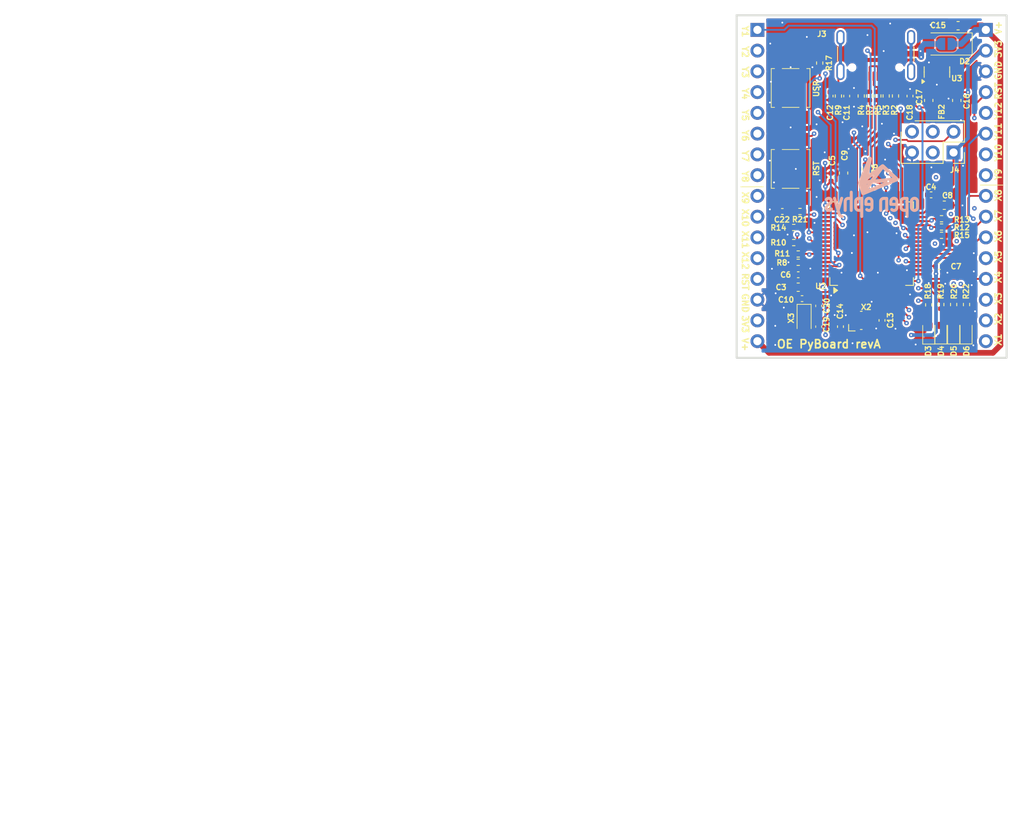
<source format=kicad_pcb>
(kicad_pcb (version 20241229) (generator "pcbnew") (generator_version "9.0")
  (layers (0 "F.Cu" signal) (4 "In1.Cu" signal) (6 "In2.Cu" signal) (2 "B.Cu" signal) (13 "F.Paste" user) (15 "B.Paste" user) (5 "F.SilkS" user "F.Silkscreen") (7 "B.SilkS" user "B.Silkscreen") (1 "F.Mask" user) (3 "B.Mask" user) (25 "Edge.Cuts" user))
  (net 0 "")
  (net 1 "/PB12-Y5")
  (net 2 "/PA9-VBUS")
  (net 3 "/PC13-X18")
  (net 4 "/PB14-Y7")
  (net 5 "Net-(U2-VCAP_1)")
  (net 6 "/PB1-Y12")
  (net 7 "/PB9-Y4")
  (net 8 "/PA7-X8")
  (net 9 "/PC3-X22")
  (net 10 "/PA0-X1")
  (net 11 "/N1")
  (net 12 "/PB13-Y6")
  (net 13 "/PB5-MMA_AVDD")
  (net 14 "/PB7-SDA-X10")
  (net 15 "/PC11-SDIO_D3")
  (net 16 "/PC9-SDIO_D1")
  (net 17 "/PB11-Y10")
  (net 18 "Net-(U2-VCAP_2)")
  (net 19 "/PA1-X2")
  (net 20 "/PA4-X5")
  (net 21 "/PA3-X4")
  (net 22 "/N4")
  (net 23 "/PC4-X11")
  (net 24 "/PC6-Y1")
  (net 25 "/PB15-Y8")
  (net 26 "/PA8-SDIO_SW")
  (net 27 "/PA5-X6")
  (net 28 "/PA2-X3")
  (net 29 "/PA10-ID")
  (net 30 "/PC1-X20")
  (net 31 "/N3")
  (net 32 "/PB0-Y11")
  (net 33 "/VDDA")
  (net 34 "/PC8-SDIO_D0")
  (net 35 "/PC2-X21")
  (net 36 "/PB6-SCL-X9")
  (net 37 "/PC12-SDIO_CK")
  (net 38 "/PC5-X12")
  (net 39 "/PA6-X7")
  (net 40 "/PC0-X19")
  (net 41 "/RST-SW")
  (net 42 "/PB8-Y3")
  (net 43 "/PC10-SDIO_D2")
  (net 44 "/PC7-Y2")
  (net 45 "/PB10-Y9")
  (net 46 "GND")
  (net 47 "V+")
  (net 48 "+3V3")
  (net 49 "/R")
  (net 50 "/G")
  (net 51 "/Y")
  (net 52 "VBUS")
  (net 53 "VBAT")
  (net 54 "/B")
  (net 55 "Net-(J3-SHIELD)")
  (net 56 "/USR-SW")
  (net 57 "/PB2-BOOT1-MMA-INT")
  (net 58 "/BOOT0")
  (net 60 "/CC1")
  (net 62 "/CC2")
  (net 63 "/D-")
  (net 64 "/D+")
  (net 65 "/PD2-SDIO_CMD")
  (net 66 "/N2")
  (net 67 "/PA14-JTCK")
  (net 68 "/PB6-JTDO")
  (net 69 "/PB4-NJTRST")
  (net 70 "/PA15-JTDI")
  (net 71 "/USB_P")
  (net 72 "/USB_N")
  (net 73 "/PA13-TMS")
  (net 74 "/PB3-SW1")
  (footprint "LED_SMD:LED_0603_1608Metric" (layer "F.Cu") (at 153.543 132.969 90)
    (property "Reference" "D6")
    (property "Value" "LED-BLUE")
  )
  (footprint "Capacitor_SMD:C_0402_1005Metric" (layer "F.Cu") (at 135.509 129.792 90)
    (property "Reference" "C20")
    (property "Value" "12pF")
  )
  (footprint "Resistor_SMD:R_0402_1005Metric" (layer "F.Cu") (at 132.458991 120.197838 180)
    (property "Reference" "R14")
    (property "Value" "100k")
  )
  (footprint "Capacitor_SMD:C_0402_1005Metric" (layer "F.Cu") (at 138.938 104.112 -90)
    (property "Reference" "C11")
    (property "Value" "4.7nF")
  )
  (footprint "Connector_USB:USB_C_Receptacle_GCT_USB4105-xx-A_16P_TopMnt_Horizontal" (layer "F.Cu") (at 142.494 98.006 180)
    (property "Reference" "J3")
    (property "Value" "USB4105-GF-A")
  )
  (footprint "Resistor_SMD:R_0402_1005Metric" (layer "F.Cu") (at 140.716 104.102 -90)
    (property "Reference" "R4")
    (property "Value" "5.1k")
  )
  (footprint "Crystal:Crystal_SMD_2012-2Pin_2.0x1.2mm_HandSoldering" (layer "F.Cu") (at 133.731 131.316 -90)
    (property "Reference" "X3")
    (property "Value" "32.768 kHz")
  )
  (footprint "Capacitor_SMD:C_0603_1608Metric" (layer "F.Cu") (at 138.557 113.536 90)
    (property "Reference" "C9")
    (property "Value" "2.2uF")
  )
  (footprint "Resistor_SMD:R_0402_1005Metric" (layer "F.Cu") (at 141.224 113.028 -90)
    (property "Reference" "R6")
    (property "Value" "100k")
  )
  (footprint "Resistor_SMD:R_0402_1005Metric" (layer "F.Cu") (at 150.535 120.14 180)
    (property "Reference" "R12")
    (property "Value" "4k7")
  )
  (footprint "Inductor_SMD:L_0402_1005Metric" (layer "F.Cu") (at 150.495 104.14 -90)
    (property "Reference" "FB2")
    (property "Value" "1k@100MHz")
  )
  (footprint "Resistor_SMD:R_0402_1005Metric" (layer "F.Cu") (at 150.535 121.156)
    (property "Reference" "R15")
    (property "Value" "100k")
  )
  (footprint "Resistor_SMD:R_0402_1005Metric" (layer "F.Cu") (at 150.4442 129.627 -90)
    (property "Reference" "R19")
    (property "Value" "560R")
  )
  (footprint "Resistor_SMD:R_0402_1005Metric" (layer "F.Cu") (at 152.019 129.627 -90)
    (property "Reference" "R20")
    (property "Value" "560R")
  )
  (footprint "Capacitor_SMD:C_0603_1608Metric" (layer "F.Cu") (at 152.5654 95.504 180)
    (property "Reference" "C15")
    (property "Value" "2.2uF")
  )
  (footprint "LED_SMD:LED_0603_1608Metric" (layer "F.Cu") (at 148.971 132.9798 90)
    (property "Reference" "D3")
    (property "Value" "LED-RED")
  )
  (footprint "Resistor_SMD:R_0402_1005Metric" (layer "F.Cu") (at 150.535 119.124 180)
    (property "Reference" "R13")
    (property "Value" "4k7")
  )
  (footprint "Connector_PinHeader_2.54mm:PinHeader_1x16_P2.54mm_Vertical" (layer "F.Cu") (at 128.016 96.012)
    (property "Reference" "J6" (hide yes))
    (property "Value" "Conn_01x08")
  )
  (footprint "Capacitor_SMD:C_0603_1608Metric" (layer "F.Cu") (at 150.876 117.473)
    (property "Reference" "C8")
    (property "Value" "2.2uF")
  )
  (footprint "Resistor_SMD:R_0402_1005Metric" (layer "F.Cu") (at 153.5938 129.627 -90)
    (property "Reference" "R22")
    (property "Value" "270R")
  )
  (footprint "Resistor_SMD:R_0402_1005Metric" (layer "F.Cu") (at 135.636 100.074 90)
    (property "Reference" "R17")
    (property "Value" "4k7")
  )
  (footprint "Resistor_SMD:R_0402_1005Metric" (layer "F.Cu") (at 141.732 104.102 90)
    (property "Reference" "R7")
    (property "Value" "22R")
  )
  (footprint "Capacitor_SMD:C_0402_1005Metric" (layer "F.Cu") (at 149.265 116.203)
    (property "Reference" "C4")
    (property "Value" "100nF")
  )
  (footprint "Diode_SMD:D_SOD-128" (layer "F.Cu") (at 151.13 97.7392 180)
    (property "Reference" "D2")
    (property "Value" "SM5817PL")
  )
  (footprint "Crystal:Crystal_SMD_Abracon_ABM10-4Pin_2.5x2.0mm" (layer "F.Cu") (at 140.716 131.57 90)
    (property "Reference" "X2")
    (property "Value" "12 MHz")
  )
  (footprint "Capacitor_SMD:C_0603_1608Metric" (layer "F.Cu") (at 152.4 104.648 -90)
    (property "Reference" "C16")
    (property "Value" "4.7uF")
  )
  (footprint "Connector_PinSocket_2.54mm:PinSocket_2x03_P2.54mm_Vertical" (layer "F.Cu") (at 152.004 111.018 -90)
    (property "Reference" "J4")
    (property "Value" "Conn_02x03_Odd_Even")
  )
  (footprint "Capacitor_SMD:C_0402_1005Metric" (layer "F.Cu") (at 138.176 132.332 -90)
    (property "Reference" "C14")
    (property "Value" "12pF")
  )
  (footprint "Resistor_SMD:R_0402_1005Metric" (layer "F.Cu") (at 133.009 123.442)
    (property "Reference" "R11")
    (property "Value" "4k7")
  )
  (footprint "LED_SMD:LED_0603_1608Metric" (layer "F.Cu") (at 150.4562 132.969 90)
    (property "Reference" "D4")
    (property "Value" "LED-GREEN")
  )
  (footprint "Capacitor_SMD:C_0402_1005Metric" (layer "F.Cu") (at 150.281 124.966)
    (property "Reference" "C7")
    (property "Value" "100nF")
  )
  (footprint "Button_Switch_SMD:SW_SPST_TL3305B" (layer "F.Cu") (at 132.08 113.028 -90)
    (property "Reference" "RST2" (hide yes))
    (property "Value" "SW_SPST")
  )
  (footprint "Capacitor_SMD:C_0402_1005Metric" (layer "F.Cu") (at 131.064 118.237 180)
    (property "Reference" "C22")
    (property "Value" "100nF")
  )
  (footprint "Capacitor_SMD:C_0603_1608Metric" (layer "F.Cu") (at 133.009 127.506 180)
    (property "Reference" "C3")
    (property "Value" "4.7uF")
  )
  (footprint "Capacitor_SMD:C_0402_1005Metric" (layer "F.Cu") (at 136.906 104.112 90)
    (property "Reference" "C12")
    (property "Value" "100nF")
  )
  (footprint "Resistor_SMD:R_0402_1005Metric" (layer "F.Cu") (at 133.223 118.237)
    (property "Reference" "R21")
    (property "Value" "4k7")
  )
  (footprint "Capacitor_SMD:C_0402_1005Metric" (layer "F.Cu") (at 143.256 131.57 -90)
    (property "Reference" "C13")
    (property "Value" "12pF")
  )
  (footprint "Package_QFP:LQFP-64_10x10mm_P0.5mm" (layer "F.Cu") (at 141.986 122.172 90)
    (property "Reference" "U2")
    (property "Value" "STM32F405RGT6")
  )
  (footprint "Resistor_SMD:R_0402_1005Metric" (layer "F.Cu") (at 133.009 124.458 180)
    (property "Reference" "R8")
    (property "Value" "10k")
  )
  (footprint "Resistor_SMD:R_0402_1005Metric" (layer "F.Cu") (at 137.922 104.112 90)
    (property "Reference" "R9")
    (property "Value" "1M")
  )
  (footprint "Capacitor_SMD:C_0603_1608Metric" (layer "F.Cu") (at 148.971 104.648 90)
    (property "Reference" "C17")
    (property "Value" "4.7uF")
  )
  (footprint "Resistor_SMD:R_0402_1005Metric" (layer "F.Cu") (at 143.764 104.102 -90)
    (property "Reference" "R3")
    (property "Value" "5.1k")
  )
  (footprint "Connector_PinHeader_2.54mm:PinHeader_1x16_P2.54mm_Vertical" (layer "F.Cu") (at 155.956 96.012)
    (property "Reference" "J7" (hide yes))
    (property "Value" "Conn_01x08")
  )
  (footprint "Resistor_SMD:R_0402_1005Metric" (layer "F.Cu") (at 132.461 122.045)
    (property "Reference" "R10")
    (property "Value" "4k7")
  )
  (footprint "Package_TO_SOT_SMD:SOT-23" (layer "F.Cu") (at 149.9768 101.1705 90)
    (property "Reference" "U3")
    (property "Value" "MCP1700T")
  )
  (footprint "LED_SMD:LED_0603_1608Metric" (layer "F.Cu") (at 152.019 132.969 90)
    (property "Reference" "D5")
    (property "Value" "LED-YELLOW")
  )
  (footprint "Button_Switch_SMD:SW_SPST_TL3305B" (layer "F.Cu") (at 132.08 103.122 -90)
    (property "Reference" "USR2" (hide yes))
    (property "Value" "SW_SPST")
  )
  (footprint "Resistor_SMD:R_0402_1005Metric" (layer "F.Cu") (at 144.907 104.102 90)
    (property "Reference" "R2")
    (property "Value" "560R")
  )
  (footprint "Capacitor_SMD:C_0402_1005Metric" (layer "F.Cu") (at 133.009 125.982 180)
    (property "Reference" "C6")
    (property "Value" "100nF")
  )
  (footprint "Capacitor_SMD:C_0402_1005Metric" (layer "F.Cu") (at 146.679178 104.113471 90)
    (property "Reference" "C18")
    (property "Value" "100nF")
  )
  (footprint "Resistor_SMD:R_0402_1005Metric" (layer "F.Cu") (at 148.971 129.669 -90)
    (property "Reference" "R18")
    (property "Value" "560R")
  )
  (footprint "Capacitor_SMD:C_0402_1005Metric" (layer "F.Cu") (at 133.477 128.903 180)
    (property "Reference" "C10")
    (property "Value" "100nF")
  )
  (footprint "Capacitor_SMD:C_0402_1005Metric" (layer "F.Cu") (at 135.509 132.332 -90)
    (property "Reference" "C19")
    (property "Value" "12pF")
  )
  (footprint "Resistor_SMD:R_0402_1005Metric" (layer "F.Cu") (at 142.748 104.102 90)
    (property "Reference" "R5")
    (property "Value" "22R")
  )
  (footprint "Capacitor_SMD:C_0402_1005Metric" (layer "F.Cu") (at 137.033 114.044 90)
    (property "Reference" "C5")
    (property "Value" "100nF")
  )
  (footprint "Jumper:SolderJumper-2_P1.3mm_Open_RoundedPad1.0x1.5mm" (layer "B.Cu") (at 151.13 97.7392)
    (property "Reference" "JP2" (hide yes))
    (property "Value" "0R" (hide yes))
  )
  (footprint "OE PyBoard FootprintLib:OEPS Logo" (layer "B.Cu") (at 141.986 115.2652 180)
    (property "Reference" "REF**" (hide yes))
    (property "Value" "OEPS Logo" (hide yes))
  )
  (gr_line (start 155.2956 115.0112) (end 158.0388 115.0112) (stroke (width 0.1)) (layer "F.SilkS"))
  (gr_line (start 125.984 115.2144) (end 128.7272 115.2144) (stroke (width 0.1)) (layer "F.SilkS"))
  (gr_rect (start 125.476 94.232) (end 158.496 136.142) (stroke (width 0.23)) (fill no) (layer "Edge.Cuts"))
  (gr_text "GND" (at 157.9372 102.2604 90) (layer "F.SilkS") (effects (font (size 0.762 0.762) (thickness 0.1778) (bold yes)) (justify left bottom)))
  (gr_text "Y3" (at 126.0856 100.3808 270) (layer "F.SilkS") (effects (font (size 0.762 0.762) (thickness 0.1778) (bold yes)) (justify left bottom)))
  (gr_text "X1" (at 157.9372 134.7724 90) (layer "F.SilkS") (effects (font (size 0.762 0.762) (thickness 0.1778) (bold yes)) (justify left bottom)))
  (gr_text "X8" (at 157.9372 117.107885 90) (layer "F.SilkS") (effects (font (size 0.762 0.762) (thickness 0.1778) (bold yes)) (justify left bottom)))
  (gr_text "Y10" (at 157.9372 112.2172 90) (layer "F.SilkS") (effects (font (size 0.762 0.762) (thickness 0.1778) (bold yes)) (justify left bottom)))
  (gr_text "Y2" (at 126.0856 97.8916 270) (layer "F.SilkS") (effects (font (size 0.762 0.762) (thickness 0.1778) (bold yes)) (justify left bottom)))
  (gr_text "X11" (at 126.0856 120.4976 270) (layer "F.SilkS") (effects (font (size 0.762 0.762) (thickness 0.1778) (bold yes)) (justify left bottom)))
  (gr_text "Y11" (at 157.9372 109.6264 90) (layer "F.SilkS") (effects (font (size 0.762 0.762) (thickness 0.1778) (bold yes)) (justify left bottom)))
  (gr_text "Y8" (at 126.0856 113.157226 270) (layer "F.SilkS") (effects (font (size 0.762 0.762) (thickness 0.1778) (bold yes)) (justify left bottom)))
  (gr_text "3V3" (at 126.0856 130.8608 270) (layer "F.SilkS") (effects (font (size 0.762 0.762) (thickness 0.1778) (bold yes)) (justify left bottom)))
  (gr_text "RST" (at 135.61114 113.97714 90) (layer "F.SilkS") (effects (font (size 0.66 0.66)) (justify left bottom)))
  (gr_text "X3" (at 157.9372 129.7432 90) (layer "F.SilkS") (effects (font (size 0.762 0.762) (thickness 0.1778) (bold yes)) (justify left bottom)))
  (gr_text "V+" (at 126.0856 133.604 270) (layer "F.SilkS") (effects (font (size 0.762 0.762) (thickness 0.1778) (bold yes)) (justify left bottom)))
  (gr_text "Y4" (at 126.0856 103.0224 270) (layer "F.SilkS") (effects (font (size 0.762 0.762) (thickness 0.1778) (bold yes)) (justify left bottom)))
  (gr_text "Y7" (at 126.0856 110.657108 270) (layer "F.SilkS") (effects (font (size 0.762 0.762) (thickness 0.1778) (bold yes)) (justify left bottom)))
  (gr_text "Y6" (at 126.0856 108.15699 270) (layer "F.SilkS") (effects (font (size 0.762 0.762) (thickness 0.1778) (bold yes)) (justify left bottom)))
  (gr_text "X7" (at 157.9372 119.609616 90) (layer "F.SilkS") (effects (font (size 0.762 0.762) (thickness 0.1778) (bold yes)) (justify left bottom)))
  (gr_text "X6" (at 157.9372 122.111347 90) (layer "F.SilkS") (effects (font (size 0.762 0.762) (thickness 0.1778) (bold yes)) (justify left bottom)))
  (gr_text "OE PyBoard revA" (at 136.7536 134.4676 0) (layer "F.SilkS") (effects (font (size 1 1) (thickness 0.2032) (bold yes))))
  (gr_text "Y9" (at 157.9372 114.5032 90) (layer "F.SilkS") (effects (font (size 0.762 0.762) (thickness 0.1778) (bold yes)) (justify left bottom)))
  (gr_text "Y1" (at 126.0856 95.4024 270) (layer "F.SilkS") (effects (font (size 0.762 0.762) (thickness 0.1778) (bold yes)) (justify left bottom)))
  (gr_text "USR" (at 135.60909 104.306307 90) (layer "F.SilkS") (effects (font (size 0.66 0.66)) (justify left bottom)))
  (gr_text "RST" (at 157.9372 104.648 90) (layer "F.SilkS") (effects (font (size 0.762 0.762) (thickness 0.1778) (bold yes)) (justify left bottom)))
  (gr_text "X4" (at 157.9372 127.114808 90) (layer "F.SilkS") (effects (font (size 0.762 0.762) (thickness 0.1778) (bold yes)) (justify left bottom)))
  (gr_text "X2" (at 157.9372 132.2324 90) (layer "F.SilkS") (effects (font (size 0.762 0.762) (thickness 0.1778) (bold yes)) (justify left bottom)))
  (gr_text "X10" (at 126.0856 117.8052 270) (layer "F.SilkS") (effects (font (size 0.762 0.762) (thickness 0.1778) (bold yes)) (justify left bottom)))
  (gr_text "X5" (at 157.9372 124.613077 90) (layer "F.SilkS") (effects (font (size 0.762 0.762) (thickness 0.1778) (bold yes)) (justify left bottom)))
  (gr_text "V+" (at 157.9372 96.6724 90) (layer "F.SilkS") (effects (font (size 0.762 0.762) (thickness 0.1778) (bold yes)) (justify left bottom)))
  (gr_text "Y5" (at 126.0856 105.656872 270) (layer "F.SilkS") (effects (font (size 0.762 0.762) (thickness 0.1778) (bold yes)) (justify left bottom)))
  (gr_text "X9" (at 126.0856 115.7224 270) (layer "F.SilkS") (effects (font (size 0.762 0.762) (thickness 0.1778) (bold yes)) (justify left bottom)))
  (gr_text "GND" (at 126.0856 128.1684 270) (layer "F.SilkS") (effects (font (size 0.762 0.762) (thickness 0.1778) (bold yes)) (justify left bottom)))
  (gr_text "X12" (at 126.0856 123.0376 270) (layer "F.SilkS") (effects (font (size 0.762 0.762) (thickness 0.1778) (bold yes)) (justify left bottom)))
  (gr_text "3V3" (at 157.9372 99.5172 90) (layer "F.SilkS") (effects (font (size 0.762 0.762) (thickness 0.1778) (bold yes)) (justify left bottom)))
  (gr_text "RST" (at 126.0856 125.6792 270) (layer "F.SilkS") (effects (font (size 0.762 0.762) (thickness 0.1778) (bold yes)) (justify left bottom)))
  (gr_text "Y12" (at 157.9372 107.0864 90) (layer "F.SilkS") (effects (font (size 0.762 0.762) (thickness 0.1778) (bold yes)) (justify left bottom)))
  (segment (start 145.736 112.97) (end 145.736 116.497) (width 0.22) (layer "F.Cu") (net 1))
  (segment (start 144.399 111.633) (end 145.736 112.97) (width 0.22) (layer "F.Cu") (net 1))
  (segment (start 144.018 109.98) (end 144.399 110.361) (width 0.22) (layer "F.Cu") (net 1))
  (segment (start 144.399 110.361) (end 144.399 111.633) (width 0.22) (layer "F.Cu") (net 1))
  (via (at 144.018 109.98) (size 0.55) (drill 0.22) (layers "F.Cu" "B.Cu") (net 1))
  (segment (start 141.236 114.794) (end 141.236 116.497) (width 0.22) (layer "F.Cu") (net 2))
  (segment (start 144.526 107.823) (end 141.986 110.363) (width 0.22) (layer "F.Cu") (net 2))
  (segment (start 141.986 114.044) (end 141.236 114.794) (width 0.22) (layer "F.Cu") (net 2))
  (segment (start 141.986 110.363) (end 141.986 114.044) (width 0.22) (layer "F.Cu") (net 2))
  (segment (start 144.907 104.65) (end 144.526 105.031) (width 0.22) (layer "F.Cu") (net 2))
  (segment (start 144.526 105.031) (end 144.526 107.823) (width 0.22) (layer "F.Cu") (net 2))
  (segment (start 144.736 114.889) (end 144.736 116.497) (width 0.22) (layer "F.Cu") (net 4))
  (segment (start 144.399 114.552) (end 144.736 114.889) (width 0.22) (layer "F.Cu") (net 4))
  (segment (start 144.018 114.552) (end 144.399 114.552) (width 0.22) (layer "F.Cu") (net 4))
  (via (at 144.018 114.552) (size 0.55) (drill 0.22) (layers "F.Cu" "B.Cu") (net 4))
  (segment (start 148.792 118.922) (end 147.661 118.922) (width 0.22) (layer "F.Cu") (net 5))
  (segment (start 150.101 117.613) (end 148.792 118.922) (width 0.22) (layer "F.Cu") (net 5))
  (segment (start 146.806 120.922) (end 146.151 120.267) (width 0.22) (layer "F.Cu") (net 6))
  (segment (start 146.151 120.267) (end 145.871 120.267) (width 0.22) (layer "F.Cu") (net 6))
  (segment (start 147.661 120.922) (end 146.806 120.922) (width 0.22) (layer "F.Cu") (net 6))
  (via (at 145.542 105.664) (size 0.55) (drill 0.22) (layers "F.Cu" "B.Cu") (net 6))
  (via (at 145.871 120.267) (size 0.55) (drill 0.22) (layers "F.Cu" "B.Cu") (net 6))
  (segment (start 145.542 105.664) (end 145.542 119.938) (width 0.22) (layer "B.Cu") (net 6))
  (segment (start 145.542 119.938) (end 145.871 120.267) (width 0.22) (layer "B.Cu") (net 6))
  (segment (start 137.858415 124.95321) (end 137.65521 124.95321) (width 0.22) (layer "F.Cu") (net 7))
  (segment (start 137.65521 124.95321) (end 137.624 124.922) (width 0.22) (layer "F.Cu") (net 7))
  (segment (start 137.624 124.922) (end 136.311 124.922) (width 0.22) (layer "F.Cu") (net 7))
  (segment (start 138.0236 124.788025) (end 137.858415 124.95321) (width 0.22) (layer "F.Cu") (net 7))
  (via (at 135.424 106.085) (size 0.55) (drill 0.22) (layers "F.Cu" "B.Cu") (net 7))
  (via (at 138.0236 124.788025) (size 0.55) (drill 0.22) (layers "F.Cu" "B.Cu") (net 7))
  (segment (start 137.490025 124.788025) (end 136.993 124.291) (width 0.22) (layer "B.Cu") (net 7))
  (segment (start 138.0236 124.788025) (end 137.490025 124.788025) (width 0.22) (layer "B.Cu") (net 7))
  (segment (start 136.993 107.654) (end 135.424 106.085) (width 0.22) (layer "B.Cu") (net 7))
  (segment (start 136.993 124.291) (end 136.993 107.654) (width 0.22) (layer "B.Cu") (net 7))
  (segment (start 154.053 116.33) (end 155.956 116.33) (width 0.21) (layer "F.Cu") (net 8))
  (segment (start 153.797 121.283) (end 153.797 116.586) (width 0.21) (layer "F.Cu") (net 8))
  (segment (start 147.661 122.922) (end 152.158 122.922) (width 0.22) (layer "F.Cu") (net 8))
  (segment (start 153.797 116.586) (end 154.053 116.33) (width 0.21) (layer "F.Cu") (net 8))
  (segment (start 152.158 122.922) (end 153.797 121.283) (width 0.21) (layer "F.Cu") (net 8))
  (segment (start 144.736 130.383) (end 144.736 127.847) (width 0.22) (layer "F.Cu") (net 10))
  (segment (start 146.255481 131.902481) (end 144.736 130.383) (width 0.22) (layer "F.Cu") (net 10))
  (via (at 146.255481 131.902481) (size 0.55) (drill 0.22) (layers "F.Cu" "B.Cu") (net 10))
  (segment (start 136.299 130.272) (end 137.414 129.157) (width 0.22) (layer "F.Cu") (net 11))
  (segment (start 135.509 130.272) (end 136.299 130.272) (width 0.22) (layer "F.Cu") (net 11))
  (segment (start 137.414 129.157) (end 138.938 129.157) (width 0.22) (layer "F.Cu") (net 11))
  (segment (start 139.236 128.859) (end 139.236 127.847) (width 0.22) (layer "F.Cu") (net 11))
  (segment (start 138.938 129.157) (end 139.236 128.859) (width 0.22) (layer "F.Cu") (net 11))
  (segment (start 134.104 130.272) (end 135.509 130.272) (width 0.22) (layer "F.Cu") (net 11))
  (segment (start 144.018 113.536) (end 145.236 114.754) (width 0.22) (layer "F.Cu") (net 12))
  (segment (start 145.236 114.754) (end 145.236 116.497) (width 0.22) (layer "F.Cu") (net 12))
  (via (at 144.018 113.536) (size 0.55) (drill 0.22) (layers "F.Cu" "B.Cu") (net 12))
  (segment (start 134.235 122.422) (end 136.311 122.422) (width 0.22) (layer "F.Cu") (net 13))
  (segment (start 132.968991 120.197838) (end 133.731 120.959847) (width 0.22) (layer "F.Cu") (net 13))
  (segment (start 133.731 121.918) (end 134.235 122.422) (width 0.22) (layer "F.Cu") (net 13))
  (segment (start 133.731 120.959847) (end 133.731 121.918) (width 0.22) (layer "F.Cu") (net 13))
  (segment (start 136.311 123.422) (end 133.539 123.422) (width 0.22) (layer "F.Cu") (net 14))
  (via (at 134.366 123.507) (size 0.55) (drill 0.22) (layers "F.Cu" "B.Cu") (net 14))
  (segment (start 150.025 119.124) (end 149.512454 119.124) (width 0.22) (layer "F.Cu") (net 17))
  (segment (start 149.214454 119.422) (end 147.661 119.422) (width 0.22) (layer "F.Cu") (net 17))
  (segment (start 149.512454 119.124) (end 149.214454 119.422) (width 0.22) (layer "F.Cu") (net 17))
  (via (at 154.559 117.856) (size 0.55) (drill 0.22) (layers "F.Cu" "B.Cu") (net 17))
  (via (at 149.315961 119.320493) (size 0.55) (drill 0.22) (layers "F.Cu" "B.Cu") (net 17))
  (segment (start 138.736 116.497) (end 138.736 114.49) (width 0.22) (layer "F.Cu") (net 18))
  (segment (start 145.236 129.867) (end 145.236 127.847) (width 0.22) (layer "F.Cu") (net 19))
  (segment (start 146.558 131.189) (end 145.236 129.867) (width 0.22) (layer "F.Cu") (net 19))
  (via (at 146.558 131.189) (size 0.55) (drill 0.22) (layers "F.Cu" "B.Cu") (net 19))
  (segment (start 146.268 124.422) (end 146.177 124.331) (width 0.22) (layer "F.Cu") (net 20))
  (segment (start 147.661 124.422) (end 146.268 124.422) (width 0.22) (layer "F.Cu") (net 20))
  (via (at 146.177 124.331) (size 0.55) (drill 0.22) (layers "F.Cu" "B.Cu") (net 20))
  (segment (start 147.661 125.922) (end 148.782 125.922) (width 0.22) (layer "F.Cu") (net 21))
  (segment (start 149.354 126.49) (end 155.956 126.49) (width 0.22) (layer "F.Cu") (net 21))
  (segment (start 149.352 126.492) (end 149.354 126.49) (width 0.22) (layer "F.Cu") (net 21))
  (segment (start 148.782 125.922) (end 149.352 126.492) (width 0.22) (layer "F.Cu") (net 21))
  (segment (start 140.736 129.812) (end 140.97 130.046) (width 0.22) (layer "F.Cu") (net 22))
  (segment (start 143.002 130.046) (end 143.256 130.3) (width 0.22) (layer "F.Cu") (net 22))
  (segment (start 143.256 130.3) (end 143.256 131.09) (width 0.22) (layer "F.Cu") (net 22))
  (segment (start 140.97 130.046) (end 143.002 130.046) (width 0.22) (layer "F.Cu") (net 22))
  (segment (start 140.736 127.847) (end 140.736 129.812) (width 0.22) (layer "F.Cu") (net 22))
  (segment (start 143.256 131.09) (end 141.686 131.09) (width 0.22) (layer "F.Cu") (net 22))
  (segment (start 146.177 122.807) (end 146.562 122.422) (width 0.22) (layer "F.Cu") (net 23))
  (segment (start 146.562 122.422) (end 147.661 122.422) (width 0.22) (layer "F.Cu") (net 23))
  (via (at 146.177 122.807) (size 0.55) (drill 0.22) (layers "F.Cu" "B.Cu") (net 23))
  (segment (start 143.736 116.497) (end 143.736 115.342) (width 0.22) (layer "F.Cu") (net 24))
  (segment (start 143.736 115.342) (end 143.764 115.314) (width 0.22) (layer "F.Cu") (net 24))
  (via (at 143.764 115.314) (size 0.55) (drill 0.22) (layers "F.Cu" "B.Cu") (net 24))
  (segment (start 142.367 113.917) (end 142.367 95.885) (width 0.22) (layer "B.Cu") (net 24))
  (segment (start 131.824 95.504) (end 131.318 96.01) (width 0.22) (layer "B.Cu") (net 24))
  (segment (start 141.986 95.504) (end 131.824 95.504) (width 0.22) (layer "B.Cu") (net 24))
  (segment (start 142.367 95.885) (end 141.986 95.504) (width 0.22) (layer "B.Cu") (net 24))
  (segment (start 143.764 115.314) (end 142.367 113.917) (width 0.22) (layer "B.Cu") (net 24))
  (segment (start 131.318 96.01) (end 128.016 96.01) (width 0.22) (layer "B.Cu") (net 24))
  (segment (start 144.236 118.017) (end 144.236 116.497) (width 0.22) (layer "F.Cu") (net 25))
  (segment (start 143.764 118.489) (end 144.236 118.017) (width 0.22) (layer "F.Cu") (net 25))
  (via (at 143.764 118.489) (size 0.55) (drill 0.22) (layers "F.Cu" "B.Cu") (net 25))
  (segment (start 152.811 123.922) (end 155.323 121.41) (width 0.22) (layer "F.Cu") (net 27))
  (segment (start 147.661 123.922) (end 152.811 123.922) (width 0.22) (layer "F.Cu") (net 27))
  (segment (start 146.558 130.3) (end 145.736 129.478) (width 0.22) (layer "F.Cu") (net 28))
  (segment (start 145.736 129.478) (end 145.736 127.847) (width 0.22) (layer "F.Cu") (net 28))
  (via (at 146.558 130.3) (size 0.55) (drill 0.22) (layers "F.Cu" "B.Cu") (net 28))
  (segment (start 140.775 114.493) (end 141.224 114.044) (width 0.22) (layer "F.Cu") (net 29))
  (segment (start 141.224 114.044) (end 141.224 113.538) (width 0.22) (layer "F.Cu") (net 29))
  (segment (start 140.775 116.398) (end 140.775 114.493) (width 0.22) (layer "F.Cu") (net 29))
  (segment (start 140.081 130.046) (end 140.236 129.891) (width 0.22) (layer "F.Cu") (net 31))
  (segment (start 138.557 130.046) (end 140.081 130.046) (width 0.22) (layer "F.Cu") (net 31))
  (segment (start 140.236 129.891) (end 140.236 127.847) (width 0.22) (layer "F.Cu") (net 31))
  (segment (start 138.176 130.427) (end 138.557 130.046) (width 0.22) (layer "F.Cu") (net 31))
  (segment (start 139.640546 131.944546) (end 138.268546 131.944546) (width 0.22) (layer "F.Cu") (net 31))
  (segment (start 138.176 131.852) (end 138.176 130.427) (width 0.22) (layer "F.Cu") (net 31))
  (segment (start 146.3795 121.422) (end 147.661 121.422) (width 0.22) (layer "F.Cu") (net 32))
  (segment (start 146.08175 121.12425) (end 146.3795 121.422) (width 0.22) (layer "F.Cu") (net 32))
  (via (at 154.432 119.126) (size 0.55) (drill 0.22) (layers "F.Cu" "B.Cu") (net 32))
  (via (at 146.08175 121.12425) (size 0.55) (drill 0.22) (layers "F.Cu" "B.Cu") (net 32))
  (segment (start 153.902531 110.003469) (end 155.196 108.71) (width 0.23) (layer "B.Cu") (net 32))
  (segment (start 153.902531 118.596531) (end 153.902531 110.003469) (width 0.23) (layer "B.Cu") (net 32))
  (segment (start 155.196 108.71) (end 155.956 108.71) (width 0.23) (layer "B.Cu") (net 32))
  (segment (start 154.432 119.126) (end 153.902531 118.596531) (width 0.23) (layer "B.Cu") (net 32))
  (segment (start 144.236 127.016964) (end 144.506964 126.746) (width 0.23) (layer "F.Cu") (net 33))
  (segment (start 149.352 105.042) (end 150.078 105.042) (width 0.26) (layer "F.Cu") (net 33))
  (segment (start 144.506964 126.746) (end 147.701 126.746) (width 0.23) (layer "F.Cu") (net 33))
  (segment (start 150.078 105.042) (end 150.495 104.625) (width 0.26) (layer "F.Cu") (net 33))
  (segment (start 146.679178 104.593471) (end 147.594707 105.509) (width 0.23) (layer "F.Cu") (net 33))
  (segment (start 147.594707 105.509) (end 148.885 105.509) (width 0.23) (layer "F.Cu") (net 33))
  (segment (start 148.971 105.423) (end 149.352 105.042) (width 0.26) (layer "F.Cu") (net 33))
  (segment (start 144.236 127.847) (end 144.236 127.016964) (width 0.23) (layer "F.Cu") (net 33))
  (via (at 147.828 105.509) (size 0.55) (drill 0.22) (layers "F.Cu" "B.Cu") (net 33))
  (via (at 147.701 126.746) (size 0.55) (drill 0.22) (layers "F.Cu" "B.Cu") (net 33))
  (segment (start 148.209 105.89) (end 148.209 119.591653) (width 0.23) (layer "B.Cu") (net 33))
  (segment (start 147.828 105.509) (end 148.209 105.89) (width 0.23) (layer "B.Cu") (net 33))
  (segment (start 148.209 119.591653) (end 147.701 120.099653) (width 0.23) (layer "B.Cu") (net 33))
  (segment (start 147.701 120.099653) (end 147.701 126.746) (width 0.23) (layer "B.Cu") (net 33))
  (segment (start 132.885431 121.949461) (end 132.975985 122.040015) (width 0.22) (layer "F.Cu") (net 36))
  (segment (start 133.076482 122.045) (end 133.953482 122.922) (width 0.22) (layer "F.Cu") (net 36))
  (segment (start 133.953482 122.922) (end 136.311 122.922) (width 0.22) (layer "F.Cu") (net 36))
  (segment (start 132.885431 121.061573) (end 132.885431 121.949461) (width 0.22) (layer "F.Cu") (net 36))
  (via (at 132.885431 121.061573) (size 0.55) (drill 0.22) (layers "F.Cu" "B.Cu") (net 36))
  (segment (start 145.288 122.390626) (end 145.756626 121.922) (width 0.22) (layer "F.Cu") (net 38))
  (segment (start 145.288 124.206) (end 145.288 122.390626) (width 0.22) (layer "F.Cu") (net 38))
  (segment (start 145.756626 121.922) (end 147.661 121.922) (width 0.22) (layer "F.Cu") (net 38))
  (via (at 145.288 124.206) (size 0.55) (drill 0.22) (layers "F.Cu" "B.Cu") (net 38))
  (segment (start 155.448 119.38) (end 155.956 119.38) (width 0.22) (layer "F.Cu") (net 39))
  (segment (start 154.305 120.523) (end 155.448 119.38) (width 0.22) (layer "F.Cu") (net 39))
  (segment (start 147.661 123.422) (end 152.549 123.422) (width 0.22) (layer "F.Cu") (net 39))
  (segment (start 154.305 121.666) (end 154.305 120.523) (width 0.22) (layer "F.Cu") (net 39))
  (segment (start 152.549 123.422) (end 154.305 121.666) (width 0.22) (layer "F.Cu") (net 39))
  (segment (start 132.713 117.495) (end 132.713 118.237) (width 0.23) (layer "F.Cu") (net 41))
  (segment (start 132.713 117.495) (end 133.58 116.628) (width 0.23) (layer "F.Cu") (net 41))
  (segment (start 141.236001 126.758001) (end 141.236001 127.846999) (width 0.22) (layer "F.Cu") (net 41))
  (segment (start 134.945832 108.712) (end 134.655832 109.002) (width 0.22) (layer "F.Cu") (net 41))
  (segment (start 132.713 118.237) (end 131.544 118.237) (width 0.23) (layer "F.Cu") (net 41))
  (segment (start 133.58 109.428) (end 133.58 116.628) (width 0.23) (layer "F.Cu") (net 41))
  (segment (start 154.555563 105.239437) (end 155.956 103.839) (width 0.23) (layer "F.Cu") (net 41))
  (segment (start 154.555563 106.807) (end 154.555563 105.239437) (width 0.23) (layer "F.Cu") (net 41))
  (segment (start 140.589 126.111) (end 141.236001 126.758001) (width 0.22) (layer "F.Cu") (net 41))
  (segment (start 134.655832 109.002) (end 134.006 109.002) (width 0.22) (layer "F.Cu") (net 41))
  (via (at 154.555563 106.807) (size 0.55) (drill 0.22) (layers "F.Cu" "B.Cu") (net 41))
  (via (at 139.827 108.585) (size 0.55) (drill 0.22) (layers "F.Cu" "B.Cu") (net 41))
  (via (at 140.589 126.111) (size 0.55) (drill 0.22) (layers "F.Cu" "B.Cu") (net 41))
  (via (at 134.945832 108.712) (size 0.55) (drill 0.22) (layers "F.Cu" "B.Cu") (net 41))
  (segment (start 140.589 110.538) (end 140.589 126.111) (width 0.22) (layer "B.Cu") (net 41))
  (segment (start 139.827 109.776) (end 140.589 110.538) (width 0.22) (layer "B.Cu") (net 41))
  (segment (start 139.827 108.585) (end 139.827 109.776) (width 0.22) (layer "B.Cu") (net 41))
  (segment (start 137.414 124.458) (end 136.347 124.458) (width 0.22) (layer "F.Cu") (net 42))
  (segment (start 137.922 123.95) (end 137.414 124.458) (width 0.22) (layer "F.Cu") (net 42))
  (segment (start 137.922 123.317) (end 137.922 123.95) (width 0.22) (layer "F.Cu") (net 42))
  (via (at 136.339022 101.364106) (size 0.55) (drill 0.22) (layers "F.Cu" "B.Cu") (net 42))
  (via (at 137.922 123.317) (size 0.55) (drill 0.22) (layers "F.Cu" "B.Cu") (net 42))
  (segment (start 137.569063 107.228871) (end 137.569063 122.964063) (width 0.22) (layer "B.Cu") (net 42))
  (segment (start 136.339022 105.99883) (end 137.569063 107.228871) (width 0.22) (layer "B.Cu") (net 42))
  (segment (start 137.569063 122.964063) (end 137.922 123.317) (width 0.22) (layer "B.Cu") (net 42))
  (segment (start 136.339022 101.364106) (end 136.339022 105.99883) (width 0.22) (layer "B.Cu") (net 42))
  (segment (start 143.236 115.674036) (end 143.236 116.497) (width 0.22) (layer "F.Cu") (net 44))
  (segment (start 142.24 115.187) (end 142.748964 115.187) (width 0.22) (layer "F.Cu") (net 44))
  (segment (start 142.748964 115.187) (end 143.236 115.674036) (width 0.22) (layer "F.Cu") (net 44))
  (via (at 141.478 98.552) (size 0.55) (drill 0.22) (layers "F.Cu" "B.Cu") (net 44))
  (via (at 142.24 115.187) (size 0.55) (drill 0.22) (layers "F.Cu" "B.Cu") (net 44))
  (segment (start 141.859 114.806) (end 142.24 115.187) (width 0.22) (layer "B.Cu") (net 44))
  (segment (start 141.478 98.552) (end 141.859 98.933) (width 0.22) (layer "B.Cu") (net 44))
  (segment (start 141.859 98.933) (end 141.859 114.806) (width 0.22) (layer "B.Cu") (net 44))
  (segment (start 149.273885 120.228716) (end 149.273885 120.072617) (width 0.22) (layer "F.Cu") (net 45))
  (segment (start 149.273885 120.228716) (end 149.362601 120.14) (width 0.22) (layer "F.Cu") (net 45))
  (segment (start 149.362601 120.14) (end 150.025 120.14) (width 0.22) (layer "F.Cu") (net 45))
  (segment (start 149.123268 119.922) (end 147.661 119.922) (width 0.22) (layer "F.Cu") (net 45))
  (segment (start 149.273885 120.072617) (end 149.123268 119.922) (width 0.22) (layer "F.Cu") (net 45))
  (via (at 149.273885 120.228716) (size 0.55) (drill 0.22) (layers "F.Cu" "B.Cu") (net 45))
  (via (at 149.86 114.046) (size 0.55) (drill 0.22) (layers "F.Cu" "B.Cu") (net 45))
  (segment (start 132.997 129.312) (end 132.997 128.903) (width 0.22) (layer "F.Cu") (net 46))
  (segment (start 136.0932 132.6388) (end 136.144 132.6388) (width 0.23) (layer "F.Cu") (net 46))
  (segment (start 146.924 112.38) (end 146.939 112.395) (width 0.26) (layer "F.Cu") (net 46))
  (segment (start 137.033 113.564) (end 137.033 113.028) (width 0.22) (layer "F.Cu") (net 46))
  (segment (start 132.588 124.458) (end 131.815548 124.458) (width 0.22) (layer "F.Cu") (net 46))
  (segment (start 135.297 129.524) (end 133.209 129.524) (width 0.22) (layer "F.Cu") (net 46))
  (segment (start 134.693 125.422) (end 136.311 125.422) (width 0.22) (layer "F.Cu") (net 46))
  (segment (start 135.92 132.812) (end 135.9408 132.7912) (width 0.23) (layer "F.Cu") (net 46))
  (segment (start 146.306534 125.422) (end 146.304 125.424534) (width 0.26) (layer "F.Cu") (net 46))
  (segment (start 147.661 125.422) (end 146.306534 125.422) (width 0.26) (layer "F.Cu") (net 46))
  (segment (start 133.209 129.524) (end 132.997 129.312) (width 0.22) (layer "F.Cu") (net 46))
  (segment (start 136.311 125.422) (end 137.995 125.422) (width 0.22) (layer "F.Cu") (net 46))
  (segment (start 137.3 112.761) (end 138.557 112.761) (width 0.22) (layer "F.Cu") (net 46))
  (segment (start 135.509 129.312) (end 135.297 129.524) (width 0.22) (layer "F.Cu") (net 46))
  (segment (start 135.509 132.812) (end 135.92 132.812) (width 0.23) (layer "F.Cu") (net 46))
  (segment (start 137.995 125.422) (end 138.303 125.73) (width 0.22) (layer "F.Cu") (net 46))
  (segment (start 134.493 125.222) (end 134.693 125.422) (width 0.22) (layer "F.Cu") (net 46))
  (segment (start 139.839797 130.94066) (end 138.823797 130.94066) (width 0.22) (layer "F.Cu") (net 46))
  (segment (start 137.033 113.028) (end 137.3 112.761) (width 0.22) (layer "F.Cu") (net 46))
  (segment (start 141.686 132.05) (end 143.256 132.05) (width 0.21) (layer "F.Cu") (net 46))
  (segment (start 135.9408 132.7912) (end 136.0932 132.6388) (width 0.23) (layer "F.Cu") (net 46))
  (segment (start 141.541 132.195) (end 141.541 132.905) (width 0.22) (layer "F.Cu") (net 46))
  (segment (start 146.924 111.018) (end 146.924 112.38) (width 0.26) (layer "F.Cu") (net 46))
  (via (at 131.70651 121.062966) (size 0.55) (drill 0.22) (layers "F.Cu" "B.Cu") (net 46))
  (via (at 141.478 96.647) (size 0.55) (drill 0.22) (layers "F.Cu" "B.Cu") (net 46))
  (via (at 143.1544 105.7148) (size 0.55) (drill 0.22) (layers "F.Cu" "B.Cu") (net 46))
  (via (at 146.304 125.424534) (size 0.55) (drill 0.22) (layers "F.Cu" "B.Cu") (net 46))
  (via (at 139.573 123.317) (size 0.55) (drill 0.22) (layers "F.Cu" "B.Cu") (net 46))
  (via (at 129.54 112.014) (size 0.55) (drill 0.22) (layers "F.Cu" "B.Cu") (net 46))
  (via (at 151.13 116.1796) (size 0.55) (drill 0.22) (layers "F.Cu" "B.Cu") (net 46))
  (via (at 135.255 107.569) (size 0.55) (drill 0.22) (layers "F.Cu" "B.Cu") (net 46))
  (via (at 149.299234 112.839991) (size 0.55) (drill 0.22) (layers "F.Cu" "B.Cu") (net 46))
  (via (at 137.4648 130.9116) (size 0.55) (drill 0.22) (layers "F.Cu" "B.Cu") (net 46))
  (via (at 154.2288 127.254) (size 0.55) (drill 0.22) (layers "F.Cu" "B.Cu") (net 46))
  (via (at 147.3708 134.5184) (size 0.55) (drill 0.22) (layers "F.Cu" "B.Cu") (net 46))
  (via (at 139.827 103.124) (size 0.55) (drill 0.22) (layers "F.Cu" "B.Cu") (net 46))
  (via (at 130.246 128.25) (size 0.55) (drill 0.22) (layers "F.Cu" "B.Cu") (net 46))
  (via (at 149.9616 102.7176) (size 0.55) (drill 0.22) (layers "F.Cu" "B.Cu") (net 46))
  (via (at 143.245446 107.5) (size 0.55) (drill 0.22) (layers "F.Cu" "B.Cu") (net 46))
  (via (at 131.064 95.123) (size 0.55) (drill 0.22) (layers "F.Cu" "B.Cu") (net 46))
  (via (at 129.54 104.902) (size 0.55) (drill 0.22) (layers "F.Cu" "B.Cu") (net 46))
  (via (at 148.971 127) (size 0.55) (drill 0.22) (layers "F.Cu" "B.Cu") (net 46))
  (via (at 144.720638 108.710383) (size 0.55) (drill 0.22) (layers "F.Cu" "B.Cu") (net 46))
  (via (at 145.034 120.904) (size 0.55) (drill 0.22) (layers "F.Cu" "B.Cu") (net 46))
  (via (at 150.996 127.075) (size 0.55) (drill 0.22) (layers "F.Cu" "B.Cu") (net 46))
  (via (at 139.827 121.158) (size 0.55) (drill 0.22) (layers "F.Cu" "B.Cu") (net 46))
  (via (at 146.177 118.872) (size 0.55) (drill 0.22) (layers "F.Cu" "B.Cu") (net 46))
  (via (at 132.715 113.03) (size 0.55) (drill 0.22) (layers "F.Cu" "B.Cu") (net 46))
  (via (at 140.843 107.823) (size 0.55) (drill 0.22) (layers "F.Cu" "B.Cu") (net 46))
  (via (at 153.162 112.649) (size 0.55) (drill 0.22) (layers "F.Cu" "B.Cu") (net 46))
  (via (at 152.908 107.061) (size 0.55) (drill 0.22) (layers "F.Cu" "B.Cu") (net 46))
  (via (at 151.393912 104.421942) (size 0.55) (drill 0.22) (layers "F.Cu" "B.Cu") (net 46))
  (via (at 143.637 111.887) (size 0.55) (drill 0.22) (layers "F.Cu" "B.Cu") (net 46))
  (via (at 141.224 110.871) (size 0.55) (drill 0.22) (layers "F.Cu" "B.Cu") (net 46))
  (via (at 136.246 111) (size 0.55) (drill 0.22) (layers "F.Cu" "B.Cu") (net 46))
  (via (at 129.54 117.983) (size 0.55) (drill 0.22) (layers "F.Cu" "B.Cu") (net 46))
  (via (at 131.815548 124.458) (size 0.55) (drill 0.22) (layers "F.Cu" "B.Cu") (net 46))
  (via (at 151.257 125.73) (size 0.55) (drill 0.22) (layers "F.Cu" "B.Cu") (net 46))
  (via (at 146.685 103.251) (size 0.55) (drill 0.22) (layers "F.Cu" "B.Cu") (net 46))
  (via (at 134.0612 96.8756) (size 0.55) (drill 0.22) (layers "F.Cu" "B.Cu") (net 46))
  (via (at 154.4828 123.3424) (size 0.55) (drill 0.22) (layers "F.Cu" "B.Cu") (net 46))
  (via (at 153.1 117.5004) (size 0.55) (drill 0.22) (layers "F.Cu" "B.Cu") (net 46))
  (via (at 142.748 125.73) (size 0.55) (drill 0.22) (layers "F.Cu" "B.Cu") (net 46))
  (via (at 135.636 114.427) (size 0.55) (drill 0.22) (layers "F.Cu" "B.Cu") (net 46))
  (via (at 138.43 107.315) (size 0.55) (drill 0.22) (layers "F.Cu" "B.Cu") (net 46))
  (via (at 154.6352 130.4544) (size 0.55) (drill 0.22) (layers "F.Cu" "B.Cu") (net 46))
  (via (at 138.823797 130.94066) (size 0.55) (drill 0.22) (layers "F.Cu" "B.Cu") (net 46))
  (via (at 139.176 110.570799) (size 0.55) (drill 0.22) (layers "F.Cu" "B.Cu") (net 46))
  (via (at 135.255 116.459) (size 0.55) (drill 0.22) (layers "F.Cu" "B.Cu") (net 46))
  (via (at 143.4592 98.6028) (size 0.55) (drill 0.22) (layers "F.Cu" "B.Cu") (net 46))
  (via (at 150.774681 122.263533) (size 0.55) (drill 0.22) (layers "F.Cu" "B.Cu") (net 46))
  (via (at 154.4828 125.5776) (size 0.55) (drill 0.22) (layers "F.Cu" "B.Cu") (net 46))
  (via (at 130.2004 134.5692) (size 0.55) (drill 0.22) (layers "F.Cu" "B.Cu") (net 46))
  (via (at 148.996 100) (size 0.55) (drill 0.22) (layers "F.Cu" "B.Cu") (net 46))
  (via (at 131.246 130) (size 0.55) (drill 0.22) (layers "F.Cu" "B.Cu") (net 46))
  (via (at 135.001 119.634) (size 0.55) (drill 0.22) (layers "F.Cu" "B.Cu") (net 46))
  (via (at 144.256583 95.235447) (size 0.55) (drill 0.22) (layers "F.Cu" "B.Cu") (net 46))
  (via (at 134.747 100.584) (size 0.55) (drill 0.22) (layers "F.Cu" "B.Cu") (net 46))
  (via (at 129.794 125.25) (size 0.55) (drill 0.22) (layers "F.Cu" "B.Cu") (net 46))
  (via (at 142.5448 132.559777) (size 0.55) (drill 0.22) (layers "F.Cu" "B.Cu") (net 46))
  (via (at 146.685 128.397) (size 0.55) (drill 0.22) (layers "F.Cu" "B.Cu") (net 46))
  (via (at 134.493 125.222) (size 0.55) (drill 0.22) (layers "F.Cu" "B.Cu") (net 46))
  (via (at 149.1996 95.4024) (size 0.55) (drill 0.22) (layers "F.Cu" "B.Cu") (net 46))
  (via (at 129.667 102.362) (size 0.55) (drill 0.22) (layers "F.Cu" "B.Cu") (net 46))
  (via (at 130.2004 132.2324) (size 0.55) (drill 0.22) (layers "F.Cu" "B.Cu") (net 46))
  (via (at 144.907 132.588) (size 0.55) (drill 0.22) (layers "F.Cu" "B.Cu") (net 46))
  (via (at 132.08 107.95) (size 0.55) (drill 0.22) (layers "F.Cu" "B.Cu") (net 46))
  (via (at 141.986 129.284) (size 0.55) (drill 0.22) (layers "F.Cu" "B.Cu") (net 46))
  (via (at 139.827 105.41) (size 0.55) (drill 0.22) (layers "F.Cu" "B.Cu") (net 46))
  (via (at 138.303 125.73) (size 0.55) (drill 0.22) (layers "F.Cu" "B.Cu") (net 46))
  (via (at 132.08 100.584) (size 0.55) (drill 0.22) (layers "F.Cu" "B.Cu") (net 46))
  (via (at 130.048 114.681) (size 0.55) (drill 0.22) (layers "F.Cu" "B.Cu") (net 46))
  (via (at 137.033 128.522) (size 0.55) (drill 0.22) (layers "F.Cu" "B.Cu") (net 46))
  (via (at 129.5908 97.6884) (size 0.55) (drill 0.22) (layers "F.Cu" "B.Cu") (net 46))
  (via (at 139.6492 134.366) (size 0.55) (drill 0.22) (layers "F.Cu" "B.Cu") (net 46))
  (via (at 154.432 134.62) (size 0.55) (drill 0.22) (layers "F.Cu" "B.Cu") (net 46))
  (via (at 135.685803 102.980065) (size 0.55) (drill 0.22) (layers "F.Cu" "B.Cu") (net 46))
  (via (at 141.478 120.777) (size 0.55) (drill 0.22) (layers "F.Cu" "B.Cu") (net 46))
  (segment (start 146.924 111.018) (end 146.924 112.761) (width 0.23) (layer "B.Cu") (net 46))
  (segment (start 146.924 112.761) (end 146.939 112.776) (width 0.23) (layer "B.Cu") (net 46))
  (segment (start 155.448 95.504) (end 153.3404 95.504) (width 0.8) (layer "F.Cu") (net 47))
  (segment (start 153.33 95.5144) (end 153.3404 95.504) (width 0.6) (layer "F.Cu") (net 47))
  (segment (start 150.5712 99.7204) (end 149.9768 99.7204) (width 0.6) (layer "F.Cu") (net 47))
  (segment (start 153.000875 98.068325) (end 153.33 97.7392) (width 0.7) (layer "F.Cu") (net 47))
  (segment (start 149.9768 99.7204) (end 149.9768 100.233) (width 0.6) (layer "F.Cu") (net 47))
  (segment (start 157.734 134.618) (end 157.734 97.788) (width 0.7) (layer "F.Cu") (net 47))
  (segment (start 129.4404 135.5344) (end 156.8176 135.5344) (width 0.7) (layer "F.Cu") (net 47))
  (segment (start 128.016 134.11) (end 129.4404 135.5344) (width 0.7) (layer "F.Cu") (net 47))
  (segment (start 155.586 96.38) (end 155.586 95.642) (width 0.8) (layer "F.Cu") (net 47))
  (segment (start 156.8176 135.5344) (end 157.734 134.618) (width 0.7) (layer "F.Cu") (net 47))
  (segment (start 157.734 97.788) (end 155.956 96.01) (width 0.7) (layer "F.Cu") (net 47))
  (segment (start 153.33 97.7392) (end 153.33 95.5144) (width 0.7) (layer "F.Cu") (net 47))
  (segment (start 155.586 95.642) (end 155.448 95.504) (width 0.8) (layer "F.Cu") (net 47))
  (segment (start 152.2984 99.7204) (end 153.000875 99.017925) (width 0.7) (layer "F.Cu") (net 47))
  (segment (start 153.000875 99.017925) (end 153.000875 98.068325) (width 0.7) (layer "F.Cu") (net 47))
  (segment (start 150.5712 99.7204) (end 152.2984 99.7204) (width 0.7) (layer "F.Cu") (net 47))
  (segment (start 151.78 97.7392) (end 152.931974 97.7392) (width 0.7) (layer "B.Cu") (net 47))
  (segment (start 154.659174 96.012) (end 155.956 96.012) (width 0.7) (layer "B.Cu") (net 47))
  (segment (start 152.931974 97.7392) (end 154.659174 96.012) (width 0.7) (layer "B.Cu") (net 47))
  (segment (start 136.37 115.187) (end 137.033 114.524) (width 0.25) (layer "F.Cu") (net 48))
  (segment (start 131.951 123.313) (end 131.951 122.045) (width 0.22) (layer "F.Cu") (net 48))
  (segment (start 152.004 114.918) (end 152.004 111.018) (width 0.25) (layer "F.Cu") (net 48))
  (segment (start 133.784 127.506) (end 135.89 127.506) (width 0.25) (layer "F.Cu") (net 48))
  (segment (start 149.757 124.922) (end 147.661 124.922) (width 0.22) (layer "F.Cu") (net 48))
  (segment (start 153.7716 103.632) (end 152.641 103.632) (width 0.21) (layer "F.Cu") (net 48))
  (segment (start 150.9268 101.514173) (end 151.145773 101.2952) (width 0.45) (layer "F.Cu") (net 48))
  (segment (start 131.064 123.442) (end 130.81 123.696) (width 0.22) (layer "F.Cu") (net 48))
  (segment (start 131.064 125.22) (end 133.35 125.22) (width 0.22) (layer "F.Cu") (net 48))
  (segment (start 130.81 123.696) (end 130.81 124.966) (width 0.22) (layer "F.Cu") (net 48))
  (segment (start 148.358021 118.422) (end 148.785 117.995021) (width 0.22) (layer "F.Cu") (net 48))
  (segment (start 149.86 125.025) (end 149.86 125.855) (width 0.23) (layer "F.Cu") (net 48))
  (segment (start 155.2448 98.552) (end 155.956 98.552) (width 0.45) (layer "F.Cu") (net 48))
  (segment (start 148.785 117.995021) (end 148.785 116.33) (width 0.22) (layer "F.Cu") (net 48))
  (segment (start 151.145773 101.2952) (end 152.5016 101.2952) (width 0.45) (layer "F.Cu") (net 48))
  (segment (start 148.785 115.375) (end 149.098 115.062) (width 0.25) (layer "F.Cu") (net 48))
  (segment (start 149.098 115.062) (end 151.86 115.062) (width 0.25) (layer "F.Cu") (net 48))
  (segment (start 151.64 120.142) (end 151.638 120.14) (width 0.45) (layer "F.Cu") (net 48))
  (segment (start 150.495 103.655) (end 150.9268 103.2232) (width 0.23) (layer "F.Cu") (net 48))
  (segment (start 133.35 125.22) (end 133.489 125.359) (width 0.22) (layer "F.Cu") (net 48))
  (segment (start 132.499 123.442) (end 131.064 123.442) (width 0.22) (layer "F.Cu") (net 48))
  (segment (start 150.9268 102.108) (end 150.9268 101.514173) (width 0.45) (layer "F.Cu") (net 48))
  (segment (start 133.784 127.506) (end 133.784 126.416) (width 0.22) (layer "F.Cu") (net 48))
  (segment (start 133.489 125.359) (end 133.489 125.982) (width 0.22) (layer "F.Cu") (net 48))
  (segment (start 151.842 120.142) (end 151.64 120.142) (width 0.45) (layer "F.Cu") (net 48))
  (segment (start 150.9268 101.989913) (end 151.003 101.913713) (width 0.23) (layer "F.Cu") (net 48))
  (segment (start 147.661 118.422) (end 148.358021 118.422) (width 0.22) (layer "F.Cu") (net 48))
  (segment (start 151.86 115.062) (end 152.004 114.918) (width 0.25) (layer "F.Cu") (net 48))
  (segment (start 148.785 116.33) (end 148.785 115.375) (width 0.25) (layer "F.Cu") (net 48))
  (segment (start 136.311 125.922) (end 133.549 125.922) (width 0.22) (layer "F.Cu") (net 48))
  (segment (start 150.9268 103.2232) (end 150.9268 101.989913) (width 0.23) (layer "F.Cu") (net 48))
  (segment (start 132.08 123.442) (end 131.951 123.313) (width 0.22) (layer "F.Cu") (net 48))
  (segment (start 134.945832 118.616) (end 133.733 118.616) (width 0.23) (layer "F.Cu") (net 48))
  (segment (start 138.236 115.727) (end 138.236 116.497) (width 0.22) (layer "F.Cu") (net 48))
  (segment (start 151.045 119.124) (end 151.045 120.14) (width 0.22) (layer "F.Cu") (net 48))
  (segment (start 149.801 124.966) (end 149.86 125.025) (width 0.23) (layer "F.Cu") (net 48))
  (segment (start 133.784 126.416) (end 133.489 126.121) (width 0.22) (layer "F.Cu") (net 48))
  (segment (start 137.033 114.524) (end 138.236 115.727) (width 0.22) (layer "F.Cu") (net 48))
  (segment (start 132.499 123.442) (end 132.08 123.442) (width 0.22) (layer "F.Cu") (net 48))
  (segment (start 151.638 120.14) (end 151.045 120.14) (width 0.45) (layer "F.Cu") (net 48))
  (segment (start 136.3345 115.187) (end 136.37 115.187) (width 0.25) (layer "F.Cu") (net 48))
  (segment (start 141.224 112.518) (end 141.224 111.885) (width 0.22) (layer "F.Cu") (net 48))
  (segment (start 152.5016 101.2952) (end 155.2448 98.552) (width 0.45) (layer "F.Cu") (net 48))
  (segment (start 130.81 124.966) (end 131.064 125.22) (width 0.22) (layer "F.Cu") (net 48))
  (via (at 136.017 127.506) (size 0.55) (drill 0.22) (layers "F.Cu" "B.Cu") (net 48))
  (via (at 136.29472 112.31272) (size 0.55) (drill 0.22) (layers "F.Cu" "B.Cu") (net 48))
  (via (at 149.86 125.855) (size 0.55) (drill 0.22) (layers "F.Cu" "B.Cu") (net 48))
  (via (at 134.945832 118.616) (size 0.55) (drill 0.22) (layers "F.Cu" "B.Cu") (net 48))
  (via (at 151.842 120.142) (size 0.55) (drill 0.22) (layers "F.Cu" "B.Cu") (net 48))
  (via (at 136.3472 133.348) (size 0.55) (drill 0.22) (layers "F.Cu" "B.Cu") (net 48))
  (via (at 153.7716 103.632) (size 0.55) (drill 0.22) (layers "F.Cu" "B.Cu") (net 48))
  (via (at 141.224 111.885) (size 0.55) (drill 0.22) (layers "F.Cu" "B.Cu") (net 48))
  (via (at 136.3345 117.475) (size 0.55) (drill 0.22) (layers "F.Cu" "B.Cu") (net 48))
  (via (at 146.825 133.361) (size 0.55) (drill 0.22) (layers "F.Cu" "B.Cu") (net 48))
  (via (at 136.3345 115.187) (size 0.55) (drill 0.22) (layers "F.Cu" "B.Cu") (net 48))
  (segment (start 136.3345 127.8235) (end 136.017 127.506) (width 0.25) (layer "B.Cu") (net 48))
  (segment (start 151.496 120.488) (end 151.496 122.8855) (width 0.45) (layer "B.Cu") (net 48))
  (segment (start 136.3472 133.348) (end 136.3345 133.3353) (width 0.25) (layer "B.Cu") (net 48))
  (segment (start 149.86 132.967) (end 149.466 133.361) (width 0.45) (layer "B.Cu") (net 48))
  (segment (start 152.004 111.018) (end 153.7716 109.2504) (width 0.45) (layer "B.Cu") (net 48))
  (segment (start 153.7716 109.2504) (end 153.7716 100.2284) (width 0.45) (layer "B.Cu") (net 48))
  (segment (start 149.466 133.361) (end 146.825 133.361) (width 0.45) (layer "B.Cu") (net 48))
  (segment (start 149.86 126.236) (end 149.86 132.967) (width 0.45) (layer "B.Cu") (net 48))
  (segment (start 136.017 127.506) (end 136.3345 127.1885) (width 0.25) (layer "B.Cu") (net 48))
  (segment (start 151.842 120.142) (end 152.4 119.584) (width 0.45) (layer "B.Cu") (net 48))
  (segment (start 152.4 119.584) (end 152.4 111.414) (width 0.45) (layer "B.Cu") (net 48))
  (segment (start 153.7716 100.2284) (end 155.45 98.55) (width 0.45) (layer "B.Cu") (net 48))
  (segment (start 151.842 120.142) (end 151.496 120.488) (width 0.45) (layer "B.Cu") (net 48))
  (segment (start 136.29472 115.14722) (end 136.3345 115.187) (width 0.22) (layer "B.Cu") (net 48))
  (segment (start 136.29472 112.31272) (end 136.29472 115.14722) (width 0.22) (layer "B.Cu") (net 48))
  (segment (start 155.45 98.55) (end 155.956 98.55) (width 0.45) (layer "B.Cu") (net 48))
  (segment (start 149.86 124.5215) (end 149.86 126.236) (width 0.45) (layer "B.Cu") (net 48))
  (segment (start 136.3345 133.3353) (end 136.3345 127.8235) (width 0.25) (layer "B.Cu") (net 48))
  (segment (start 151.496 122.8855) (end 149.86 124.5215) (width 0.45) (layer "B.Cu") (net 48))
  (segment (start 136.3345 127.1885) (end 136.3345 115.187) (width 0.25) (layer "B.Cu") (net 48))
  (segment (start 149.86 125.855) (end 149.86 126.236) (width 0.45) (layer "B.Cu") (net 48))
  (segment (start 148.971 132.1923) (end 148.971 130.179) (width 0.22) (layer "F.Cu") (net 49))
  (segment (start 150.4562 132.1815) (end 150.4562 130.149) (width 0.22) (layer "F.Cu") (net 50))
  (segment (start 152.019 132.1815) (end 152.019 130.137) (width 0.22) (layer "F.Cu") (net 51))
  (segment (start 144.296004 99.695) (end 144.602182 100.001178) (width 0.5) (layer "F.Cu") (net 52))
  (segment (start 148.049066 98.620134) (end 148.93 97.7392) (width 0.7) (layer "F.Cu") (net 52))
  (segment (start 140.26 100.4824) (end 140.26 101.52) (width 0.26) (layer "F.Cu") (net 52))
  (segment (start 144.602182 100.381062) (end 144.608 100.38688) (width 0.5) (layer "F.Cu") (net 52))
  (segment (start 140.26 101.52) (end 140.094 101.686) (width 0.26) (layer "F.Cu") (net 52))
  (segment (start 140.382524 100.504736) (end 140.360188 100.4824) (width 0.26) (layer "F.Cu") (net 52))
  (segment (start 144.602182 100.001178) (end 144.602182 100.381062) (width 0.5) (layer "F.Cu") (net 52))
  (segment (start 144.602182 99.593418) (end 145.261048 98.934552) (width 0.7) (layer "F.Cu") (net 52))
  (segment (start 144.608 100.38688) (end 144.608 100.729044) (width 0.5) (layer "F.Cu") (net 52))
  (segment (start 148.93 98.445537) (end 148.93 97.7392) (width 0.5) (layer "F.Cu") (net 52))
  (segment (start 144.907 103.63) (end 144.894 103.617) (width 0.21) (layer "F.Cu") (net 52))
  (segment (start 144.723565 100.844609) (end 144.723565 101.524239) (width 0.25) (layer "F.Cu") (net 52))
  (segment (start 144.608 100.729044) (end 144.723565 100.844609) (width 0.25) (layer "F.Cu") (net 52))
  (segment (start 144.894 103.617) (end 144.894 101.686) (width 0.21) (layer "F.Cu") (net 52))
  (segment (start 145.261048 98.934552) (end 147.649575 98.934552) (width 0.7) (layer "F.Cu") (net 52))
  (segment (start 147.649575 98.934552) (end 148.049066 99.334043) (width 0.7) (layer "F.Cu") (net 52))
  (segment (start 144.733108 101.525108) (end 144.894 101.686) (width 0.26) (layer "F.Cu") (net 52))
  (segment (start 144.602182 100.001178) (end 144.602182 99.961848) (width 0.5) (layer "F.Cu") (net 52))
  (segment (start 144.602182 100.001178) (end 144.608 100.006996) (width 0.25) (layer "F.Cu") (net 52))
  (segment (start 140.382524 100.038028) (end 140.382524 100.504736) (width 0.5) (layer "F.Cu") (net 52))
  (segment (start 140.360188 100.4824) (end 140.26 100.4824) (width 0.26) (layer "F.Cu") (net 52))
  (segment (start 140.725552 99.695) (end 144.296004 99.695) (width 0.5) (layer "F.Cu") (net 52))
  (segment (start 148.049066 99.334043) (end 148.049066 98.620134) (width 0.7) (layer "F.Cu") (net 52))
  (segment (start 140.382524 100.038028) (end 140.725552 99.695) (width 0.5) (layer "F.Cu") (net 52))
  (via (at 147.965742 98.615491) (size 0.55) (drill 0.22) (layers "F.Cu" "B.Cu") (net 52))
  (via (at 148.049066 99.334043) (size 0.55) (drill 0.22) (layers "F.Cu" "B.Cu") (net 52))
  (segment (start 148.049066 99.334043) (end 148.049066 98.132281) (width 0.7) (layer "B.Cu") (net 52))
  (segment (start 148.049066 98.132281) (end 148.442147 97.7392) (width 0.7) (layer "B.Cu") (net 52))
  (segment (start 148.442147 97.7392) (end 150.48 97.7392) (width 0.7) (layer "B.Cu") (net 52))
  (segment (start 136.63427 128.092) (end 136.79027 127.936) (width 0.22) (layer "F.Cu") (net 53))
  (segment (start 134.084 128.903) (end 134.895 128.092) (width 0.22) (layer "F.Cu") (net 53))
  (segment (start 136.79027 127.936) (end 136.793865 127.936) (width 0.22) (layer "F.Cu") (net 53))
  (segment (start 136.793865 127.936) (end 136.882865 127.847) (width 0.22) (layer "F.Cu") (net 53))
  (segment (start 134.895 128.092) (end 136.63427 128.092) (width 0.22) (layer "F.Cu") (net 53))
  (segment (start 136.882865 127.847) (end 138.236 127.847) (width 0.22) (layer "F.Cu") (net 53))
  (segment (start 153.543 132.1815) (end 153.543 130.1878) (width 0.22) (layer "F.Cu") (net 54))
  (segment (start 137.922 103.602) (end 137.922 101.363) (width 0.23) (layer "F.Cu") (net 55))
  (segment (start 136.936 103.602) (end 138.908 103.602) (width 0.23) (layer "F.Cu") (net 55))
  (segment (start 146.814 101.111) (end 146.814 96.931) (width 0.4) (layer "B.Cu") (net 55))
  (segment (start 138.174 101.111) (end 138.174 96.931) (width 0.4) (layer "B.Cu") (net 55))
  (segment (start 133.677 106.752) (end 133.677 99.746) (width 0.21) (layer "F.Cu") (net 56))
  (segment (start 136.017 99.691) (end 133.622 99.691) (width 0.21) (layer "F.Cu") (net 56))
  (segment (start 148.618 120.422) (end 149.352 121.156) (width 0.22) (layer "F.Cu") (net 57))
  (segment (start 149.352 121.156) (end 150.025 121.156) (width 0.22) (layer "F.Cu") (net 57))
  (segment (start 147.661 120.422) (end 148.618 120.422) (width 0.22) (layer "F.Cu") (net 57))
  (segment (start 135.41 123.922) (end 134.874 124.458) (width 0.22) (layer "F.Cu") (net 58))
  (segment (start 136.311 123.922) (end 135.41 123.922) (width 0.22) (layer "F.Cu") (net 58))
  (segment (start 134.874 124.458) (end 133.519 124.458) (width 0.22) (layer "F.Cu") (net 58))
  (segment (start 143.764 101.673) (end 143.764 103.559) (width 0.22) (layer "F.Cu") (net 60))
  (segment (start 140.744 101.727) (end 140.744 103.605) (width 0.22) (layer "F.Cu") (net 62))
  (segment (start 143.244 102.755) (end 143.244 101.686) (width 0.23) (layer "F.Cu") (net 63))
  (segment (start 142.244 101.686) (end 142.244 102.747) (width 0.23) (layer "F.Cu") (net 63))
  (segment (start 143.002 102.997) (end 143.244 102.755) (width 0.23) (layer "F.Cu") (net 63))
  (segment (start 142.244 102.747) (end 142.494 102.997) (width 0.23) (layer "F.Cu") (net 63))
  (segment (start 142.748 102.997) (end 143.002 102.997) (width 0.23) (layer "F.Cu") (net 63))
  (segment (start 142.494 102.997) (end 142.748 102.997) (width 0.23) (layer "F.Cu") (net 63))
  (segment (start 142.748 102.997) (end 142.748 103.592) (width 0.23) (layer "F.Cu") (net 63))
  (segment (start 142.748 100.584) (end 142.744 100.588) (width 0.23) (layer "F.Cu") (net 64))
  (segment (start 141.744 101.686) (end 141.744 103.58) (width 0.23) (layer "F.Cu") (net 64))
  (segment (start 142.621 100.457) (end 142.748 100.584) (width 0.23) (layer "F.Cu") (net 64))
  (segment (start 141.744 100.572) (end 141.859 100.457) (width 0.23) (layer "F.Cu") (net 64))
  (segment (start 142.744 100.588) (end 142.744 101.686) (width 0.23) (layer "F.Cu") (net 64))
  (segment (start 141.859 100.457) (end 142.621 100.457) (width 0.23) (layer "F.Cu") (net 64))
  (segment (start 141.744 101.686) (end 141.744 100.572) (width 0.23) (layer "F.Cu") (net 64))
  (segment (start 141.744 103.58) (end 141.732 103.592) (width 0.23) (layer "F.Cu") (net 64))
  (segment (start 139.736 129.121) (end 139.232 129.625) (width 0.22) (layer "F.Cu") (net 66))
  (segment (start 135.41 131.951) (end 134.021 131.951) (width 0.22) (layer "F.Cu") (net 66))
  (segment (start 139.232 129.625) (end 137.708 129.625) (width 0.22) (layer "F.Cu") (net 66))
  (segment (start 139.736 127.847) (end 139.736 129.121) (width 0.22) (layer "F.Cu") (net 66))
  (segment (start 137.708 129.625) (end 135.509 131.824) (width 0.22) (layer "F.Cu") (net 66))
  (segment (start 144.907 109.474) (end 146.285169 109.474) (width 0.21) (layer "F.Cu") (net 67))
  (segment (start 150.848 109.634) (end 152.004 108.478) (width 0.21) (layer "F.Cu") (net 67))
  (segment (start 148.9622 127.635) (end 150.4442 129.117) (width 0.23) (layer "F.Cu") (net 67))
  (segment (start 146.445169 109.634) (end 150.848 109.634) (width 0.21) (layer "F.Cu") (net 67))
  (segment (start 146.285169 109.474) (end 146.445169 109.634) (width 0.21) (layer "F.Cu") (net 67))
  (segment (start 137.938 118.461) (end 136.35 118.461) (width 0.22) (layer "F.Cu") (net 67))
  (segment (start 147.701 127.635) (end 148.9622 127.635) (width 0.23) (layer "F.Cu") (net 67))
  (segment (start 138.526 119.049) (end 137.938 118.461) (width 0.22) (layer "F.Cu") (net 67))
  (via (at 144.275617 119.049) (size 0.55) (drill 0.22) (layers "F.Cu" "B.Cu") (net 67))
  (via (at 138.526 119.049) (size 0.55) (drill 0.22) (layers "F.Cu" "B.Cu") (net 67))
  (via (at 147.701 127.635) (size 0.55) (drill 0.22) (layers "F.Cu" "B.Cu") (net 67))
  (via (at 144.907 109.474) (size 0.55) (drill 0.22) (layers "F.Cu" "B.Cu") (net 67))
  (segment (start 148.971 129.159) (end 147.701 129.159) (width 0.23) (layer "F.Cu") (net 68))
  (via (at 147.701 129.159) (size 0.55) (drill 0.22) (layers "F.Cu" "B.Cu") (net 68))
  (segment (start 134.751 121.922) (end 136.311 121.922) (width 0.22) (layer "F.Cu") (net 69))
  (segment (start 134.366 121.537) (end 134.751 121.922) (width 0.22) (layer "F.Cu") (net 69))
  (segment (start 152.8885 127.1075) (end 153.5938 127.8128) (width 0.23) (layer "F.Cu") (net 69))
  (segment (start 153.5938 127.8128) (end 153.5938 129.117) (width 0.23) (layer "F.Cu") (net 69))
  (via (at 152.389999 121.869757) (size 0.55) (drill 0.22) (layers "F.Cu" "B.Cu") (net 69))
  (via (at 149.733 122.174) (size 0.55) (drill 0.22) (layers "F.Cu" "B.Cu") (net 69))
  (via (at 152.8885 127.1075) (size 0.55) (drill 0.22) (layers "F.Cu" "B.Cu") (net 69))
  (via (at 134.366 121.537) (size 0.55) (drill 0.22) (layers "F.Cu" "B.Cu") (net 69))
  (segment (start 138.43 119.888) (end 137.464 118.922) (width 0.22) (layer "F.Cu") (net 70))
  (segment (start 137.464 118.922) (end 136.311 118.922) (width 0.22) (layer "F.Cu") (net 70))
  (segment (start 152.019 127.075) (end 152.019 129.117) (width 0.22) (layer "F.Cu") (net 70))
  (via (at 152.019 127.075) (size 0.55) (drill 0.22) (layers "F.Cu" "B.Cu") (net 70))
  (via (at 144.907 119.634) (size 0.55) (drill 0.22) (layers "F.Cu" "B.Cu") (net 70))
  (via (at 151.689988 118.547201) (size 0.55) (drill 0.22) (layers "F.Cu" "B.Cu") (net 70))
  (via (at 138.43 119.888) (size 0.55) (drill 0.22) (layers "F.Cu" "B.Cu") (net 70))
  (segment (start 142.01 108.025877) (end 142.01 105.370001) (width 0.21) (layer "F.Cu") (net 71))
  (segment (start 141.732 105.092001) (end 141.732 104.612) (width 0.21) (layer "F.Cu") (net 71))
  (segment (start 139.761 110.300603) (end 139.761 110.274877) (width 0.21) (layer "F.Cu") (net 71))
  (segment (start 139.761 115.847) (end 139.761 110.300603) (width 0.22) (layer "F.Cu") (net 71))
  (segment (start 142.01 105.370001) (end 141.732 105.092001) (width 0.21) (layer "F.Cu") (net 71))
  (segment (start 139.761 110.274877) (end 142.01 108.025877) (width 0.21) (layer "F.Cu") (net 71))
  (segment (start 140.211 110.487) (end 140.211 110.475417) (width 0.21) (layer "F.Cu") (net 72))
  (segment (start 142.748 105.092001) (end 142.748 104.612) (width 0.21) (layer "F.Cu") (net 72))
  (segment (start 140.211 115.847) (end 140.211 110.487) (width 0.22) (layer "F.Cu") (net 72))
  (segment (start 142.47 105.370001) (end 142.748 105.092001) (width 0.21) (layer "F.Cu") (net 72))
  (segment (start 140.211 110.475417) (end 142.47 108.216417) (width 0.21) (layer "F.Cu") (net 72))
  (segment (start 142.47 108.216417) (end 142.47 105.370001) (width 0.21) (layer "F.Cu") (net 72))
  (segment (start 135.636 101.949106) (end 135.636 100.711) (width 0.22) (layer "F.Cu") (net 74))
  (segment (start 135.488036 121.422) (end 136.311 121.422) (width 0.22) (layer "F.Cu") (net 74))
  (segment (start 134.854702 120.788666) (end 135.488036 121.422) (width 0.22) (layer "F.Cu") (net 74))
  (segment (start 134.316 120.788666) (end 134.854702 120.788666) (width 0.22) (layer "F.Cu") (net 74))
  (via (at 134.316 120.788666) (size 0.55) (drill 0.22) (layers "F.Cu" "B.Cu") (net 74))
  (via (at 135.636 101.949106) (size 0.55) (drill 0.22) (layers "F.Cu" "B.Cu") (net 74))
  (segment (start 135.636 101.949106) (end 135.032894 101.949106) (width 0.22) (layer "B.Cu") (net 74))
  (segment (start 134.316 102.666) (end 134.316 120.788666) (width 0.22) (layer "B.Cu") (net 74))
  (segment (start 135.032894 101.949106) (end 134.316 102.666) (width 0.22) (layer "B.Cu") (net 74))
  (zone (net 0) (net_name "") (layer "F.Cu") (connect_pads (clearance 0)) (min_thickness 0.25)
    (keepout (tracks allowed) (vias allowed) (pads allowed) (copperpour not_allowed) (footprints allowed))
    (fill (thermal_gap 0.5) (thermal_bridge_width 0.5))
    (polygon (pts (xy 151.816611 117.983) (xy 151.816611 118.237) (xy 151.800292 118.253319) (xy 151.384 118.253319) (xy 151.384 117.983)))
  )
  (zone (net 46) (net_name "GND") (layers "F.Cu" "B.Cu" "In1.Cu" "In2.Cu") (connect_pads (clearance 0.25)) (min_thickness 0.22) (fill yes (thermal_gap 0.25) (thermal_bridge_width 0.25))
    (polygon (pts (xy 155.449578 94.613) (xy 155.957578 135.507) (xy 128.524 135.507) (xy 128.524 94.613)))
  )
  (zone (net 0) (net_name "") (layers "F.Cu" "B.Cu" "In1.Cu" "In2.Cu") (connect_pads (clearance 0)) (min_thickness 0.25)
    (keepout (tracks allowed) (vias allowed) (pads allowed) (copperpour not_allowed) (footprints allowed))
    (fill (thermal_gap 0.5) (thermal_bridge_width 0.5))
    (polygon (pts (xy 153.162 107.442) (xy 153.162 111.76) (xy 152.908 112.014) (xy 147.7264 112.014) (xy 147.7264 109.982) (xy 145.669 109.982) (xy 145.669 107.442)))
  )
  (zone (net 0) (net_name "") (layers "F.Cu" "B.Cu" "In1.Cu" "In2.Cu") (connect_pads (clearance 0)) (min_thickness 0.25)
    (keepout (tracks allowed) (vias allowed) (pads allowed) (copperpour not_allowed) (footprints allowed))
    (fill (thermal_gap 0.5) (thermal_bridge_width 0.5))
    (polygon (pts (xy 156.591 98.042) (xy 156.591 99.947) (xy 154.94 99.947) (xy 154.94 98.042)))
  )
  (zone (net 0) (net_name "") (layers "F.Cu" "B.Cu" "In1.Cu" "In2.Cu") (connect_pads (clearance 0)) (min_thickness 0.25)
    (keepout (tracks allowed) (vias allowed) (pads allowed) (copperpour not_allowed) (footprints allowed))
    (fill (thermal_gap 0.5) (thermal_bridge_width 0.5))
    (polygon (pts (xy 127 127.635) (xy 127 94.615) (xy 129.105198 94.615) (xy 129.105198 127.635)))
  )
  (zone (net 0) (net_name "") (layers "F.Cu" "B.Cu" "In1.Cu" "In2.Cu") (connect_pads (clearance 0)) (min_thickness 0.25)
    (keepout (tracks allowed) (vias allowed) (pads allowed) (copperpour not_allowed) (footprints allowed))
    (fill (thermal_gap 0.5) (thermal_bridge_width 0.5))
    (polygon (pts (xy 129.105198 130.429) (xy 129.105198 135.001) (xy 127 135.001) (xy 127 130.429)))
  )
  (zone (net 0) (net_name "") (layers "F.Cu" "B.Cu" "In1.Cu" "In2.Cu") (connect_pads (clearance 0)) (min_thickness 0.25)
    (keepout (tracks allowed) (vias allowed) (pads allowed) (copperpour not_allowed) (footprints allowed))
    (fill (thermal_gap 0.5) (thermal_bridge_width 0.5))
    (polygon (pts (xy 154.94 135.507) (xy 154.94 102.233) (xy 156.591 102.233) (xy 156.591 135.507)))
  )
  (zone (net 0) (net_name "") (layers "F.Cu" "In1.Cu") (connect_pads (clearance 0)) (min_thickness 0.25)
    (keepout (tracks allowed) (vias allowed) (pads allowed) (copperpour not_allowed) (footprints allowed))
    (fill (thermal_gap 0.5) (thermal_bridge_width 0.5))
    (polygon (pts (xy 132.969 130.3) (xy 134.747 130.3) (xy 134.747 131.951) (xy 132.969 131.951)))
  )
  (zone (net 0) (net_name "") (layers "F.Cu" "In1.Cu" "In2.Cu") (connect_pads (clearance 0)) (min_thickness 0.25)
    (keepout (tracks allowed) (vias allowed) (pads allowed) (copperpour not_allowed) (footprints allowed))
    (fill (thermal_gap 0.5) (thermal_bridge_width 0.5))
    (polygon (pts (xy 139.192 130.3) (xy 139.192 132.713) (xy 142.24 132.713) (xy 142.24 130.3)))
  )
)
</source>
